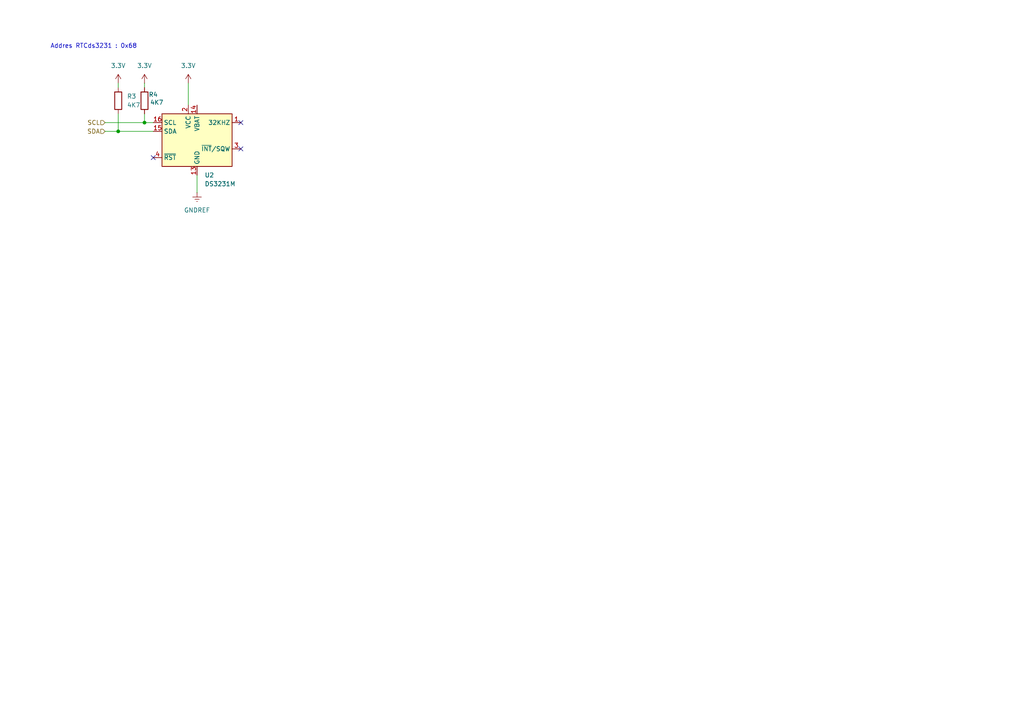
<source format=kicad_sch>
(kicad_sch (version 20231120) (generator "eeschema") (generator_version "8.0")
  (paper "A4")
  (lib_symbols
    (symbol "Device:R" (pin_numbers hide) (pin_names (offset 0))
      (property "Reference" "R" (at 2.032 0 90))
      (property "Value" "R" (at 0 0 90))
      (symbol "R_0_1"
        (rectangle (start -1.016 -2.54) (end 1.016 2.54) (stroke (width 0.254)))
      )
      (symbol "R_1_1"
        (pin passive line (at 0 3.81 270) (length 1.27) (name "~") (number "1"))
        (pin passive line (at 0 -3.81 90) (length 1.27) (name "~") (number "2"))
      )
    )
    (symbol "Timer_RTC:DS3231M"
      (property "Reference" "U" (at -7.62 8.89 0))
      (property "Value" "DS3231M" (at 10.16 8.89 0))
      (symbol "DS3231M_0_1"
        (rectangle (start -10.16 7.62) (end 10.16 -7.62) (stroke (width 0.254)) (fill (type background)))
      )
      (symbol "DS3231M_1_1"
        (pin open_collector line (at 12.7 5.08 180) (length 2.54) (name "32KHZ") (number "1"))
        (pin passive line (at 0 -10.16 90) (length 2.54) hide (name "GND") (number "10"))
        (pin passive line (at 0 -10.16 90) (length 2.54) hide (name "GND") (number "11"))
        (pin passive line (at 0 -10.16 90) (length 2.54) hide (name "GND") (number "12"))
        (pin power_in line (at 0 -10.16 90) (length 2.54) (name "GND") (number "13"))
        (pin power_in line (at 0 10.16 270) (length 2.54) (name "VBAT") (number "14"))
        (pin bidirectional line (at -12.7 2.54 0) (length 2.54) (name "SDA") (number "15"))
        (pin input line (at -12.7 5.08 0) (length 2.54) (name "SCL") (number "16"))
        (pin power_in line (at -2.54 10.16 270) (length 2.54) (name "VCC") (number "2"))
        (pin open_collector line (at 12.7 -2.54 180) (length 2.54) (name "~{INT}/SQW") (number "3"))
        (pin bidirectional line (at -12.7 -5.08 0) (length 2.54) (name "~{RST}") (number "4"))
        (pin passive line (at 0 -10.16 90) (length 2.54) hide (name "GND") (number "5"))
        (pin passive line (at 0 -10.16 90) (length 2.54) hide (name "GND") (number "6"))
        (pin passive line (at 0 -10.16 90) (length 2.54) hide (name "GND") (number "7"))
        (pin passive line (at 0 -10.16 90) (length 2.54) hide (name "GND") (number "8"))
        (pin passive line (at 0 -10.16 90) (length 2.54) hide (name "GND") (number "9"))
      )
    )
    (symbol "power:GNDREF" (power) (pin_numbers hide) (pin_names (offset 0) hide)
      (property "Value" "GNDREF" (at 0 -3.81 0))
      (symbol "GNDREF_0_1"
        (polyline (pts (xy -0.635 -1.905) (xy 0.635 -1.905)))
        (polyline (pts (xy -0.127 -2.54) (xy 0.127 -2.54)))
        (polyline (pts (xy 0 -1.27) (xy 0 0)))
        (polyline (pts (xy 1.27 -1.27) (xy -1.27 -1.27)))
      )
      (symbol "GNDREF_1_1"
        (pin power_in line (at 0 0 270) (length 0) (name "~") (number "1"))
      )
    )
    (symbol "power:VCC" (power) (pin_numbers hide) (pin_names (offset 0) hide)
      (property "Value" "VCC" (at 0 3.556 0))
      (symbol "VCC_0_1"
        (polyline (pts (xy -0.762 1.27) (xy 0 2.54)))
        (polyline (pts (xy 0 0) (xy 0 2.54)))
        (polyline (pts (xy 0 2.54) (xy 0.762 1.27)))
      )
      (symbol "VCC_1_1"
        (pin power_in line (at 0 0 90) (length 0) (name "~") (number "1"))
      )
    )
  )
  (junction (at 34.29 38.1))
  (junction (at 41.91 35.56))
  (no_connect (at 69.85 43.18))
  (no_connect (at 44.45 45.72))
  (no_connect (at 69.85 35.56))
  (wire (pts (xy 30.48 35.56) (xy 41.91 35.56)))
  (wire (pts (xy 57.15 50.8) (xy 57.15 55.88)))
  (wire (pts (xy 41.91 35.56) (xy 44.45 35.56)))
  (wire (pts (xy 54.61 24.13) (xy 54.61 30.48)))
  (wire (pts (xy 34.29 33.02) (xy 34.29 38.1)))
  (wire (pts (xy 41.91 24.13) (xy 41.91 25.4)))
  (wire (pts (xy 41.91 33.02) (xy 41.91 35.56)))
  (wire (pts (xy 34.29 38.1) (xy 44.45 38.1)))
  (wire (pts (xy 34.29 24.13) (xy 34.29 25.4)))
  (wire (pts (xy 30.48 38.1) (xy 34.29 38.1)))
  (text "Addres RTCds3231 : 0x68\n" (at 27.178 13.462 0) (effects (font (size 1.27 1.27))))
  (hierarchical_label "SCL" (shape input) (at 30.48 35.56 180))
  (hierarchical_label "SDA" (shape input) (at 30.48 38.1 180))
  (symbol (lib_id "power:VCC") (at 41.91 24.13 0) (unit 1)
    (property "Reference" "#PWR06" (effects (hide yes)))
    (property "Value" "3.3V" (at 41.91 19.05 0))
    (property "Description" "Power symbol creates a global label with name \"VCC\"" (effects (hide yes)))
  )
  (symbol (lib_id "power:GNDREF") (at 57.15 55.88 0) (unit 1)
    (property "Reference" "#PWR08" (effects (hide yes)))
    (property "Value" "GNDREF" (at 57.15 60.96 0))
    (property "Description" "Power symbol creates a global label with name \"GNDREF\" , reference supply ground" (effects (hide yes)))
  )
  (symbol (lib_id "Timer_RTC:DS3231M") (at 57.15 40.64 0) (unit 1)
    (property "Reference" "U2" (at 59.3441 50.8 0) (effects (justify left)))
    (property "Value" "DS3231M" (at 59.3441 53.34 0) (effects (justify left)))
    (property "Footprint" "Package_SO:SOIC-16W_7.5x10.3mm_P1.27mm" (effects (hide yes)))
    (property "Datasheet" "http://datasheets.maximintegrated.com/en/ds/DS3231.pdf" (effects (hide yes)))
    (property "Description" "Extremely Accurate I2C-Integrated RTC/TCXO/Crystal SOIC-16" (effects (hide yes)))
  )
  (symbol (lib_id "power:VCC") (at 54.61 24.13 0) (unit 1)
    (property "Reference" "#PWR07" (effects (hide yes)))
    (property "Value" "3.3V" (at 54.61 19.05 0))
    (property "Description" "Power symbol creates a global label with name \"VCC\"" (effects (hide yes)))
  )
  (symbol (lib_id "Device:R") (at 34.29 29.21 0) (unit 1)
    (property "Reference" "R3" (at 36.83 27.9399 0) (effects (justify left)))
    (property "Value" "4K7" (at 36.83 30.4799 0) (effects (justify left)))
    (property "Footprint" "Resistor_THT:R_Axial_DIN0204_L3.6mm_D1.6mm_P5.08mm_Horizontal" (effects (hide yes)))
    (property "Description" "Resistor" (effects (hide yes)))
  )
  (symbol (lib_id "Device:R") (at 41.91 29.21 0) (unit 1)
    (property "Reference" "R4" (at 44.45 27.432 0))
    (property "Value" "4K7" (at 45.466 29.718 0))
    (property "Footprint" "Resistor_THT:R_Axial_DIN0204_L3.6mm_D1.6mm_P5.08mm_Horizontal" (effects (hide yes)))
    (property "Description" "Resistor" (effects (hide yes)))
  )
  (symbol (lib_id "power:VCC") (at 34.29 24.13 0) (unit 1)
    (property "Reference" "#PWR05" (effects (hide yes)))
    (property "Value" "3.3V" (at 34.29 19.05 0))
    (property "Description" "Power symbol creates a global label with name \"VCC\"" (effects (hide yes)))
  )
)
</source>
